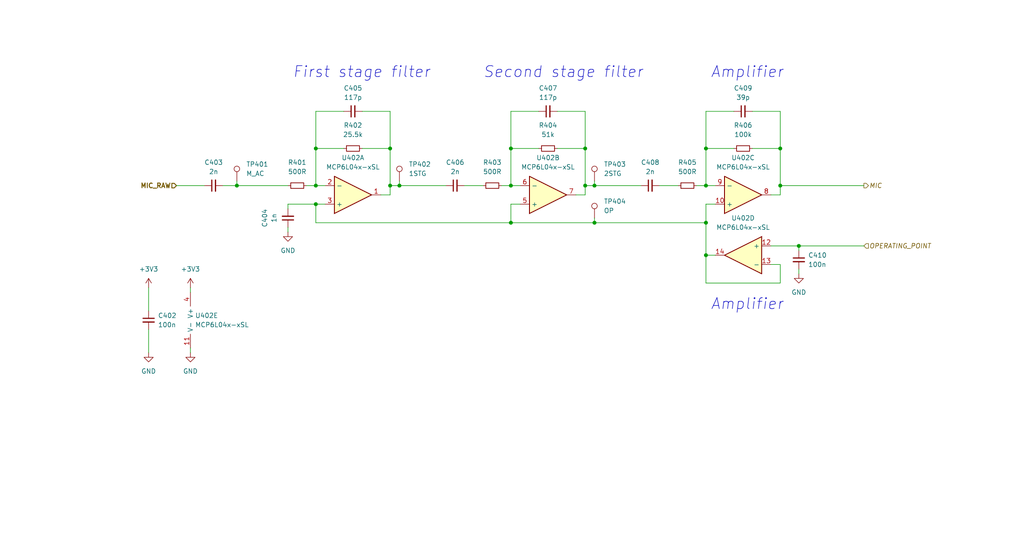
<source format=kicad_sch>
(kicad_sch (version 20211123) (generator eeschema)
  (paper "User" 280.01 150.012)
  (title_block (title "UltraSoundSensor") (date "2022-10-30") (rev "1.0") (company "Krystian Mirek"))
  (lib_symbols
    (symbol "Amplifier_Operational:MCP6L04x-xSL"
      (property "Reference" "U" (at 0 3.81 0))
      (property "Value" "MCP6L04x-xSL" (at 0 -3.81 0))
      (symbol "MCP6L04x-xSL_1_1"
        (polyline (pts (xy -5.08 5.08) (xy 5.08 0) (xy -5.08 -5.08) (xy -5.08 5.08)) (stroke (width 0.254)) (fill (type background)))
        (pin output line (at 7.62 0 180) (length 2.54) (name "~") (number "1"))
        (pin input line (at -7.62 -2.54 0) (length 2.54) (name "-") (number "2"))
        (pin input line (at -7.62 2.54 0) (length 2.54) (name "+") (number "3"))
      )
      (symbol "MCP6L04x-xSL_2_1"
        (polyline (pts (xy -5.08 5.08) (xy 5.08 0) (xy -5.08 -5.08) (xy -5.08 5.08)) (stroke (width 0.254)) (fill (type background)))
        (pin input line (at -7.62 2.54 0) (length 2.54) (name "+") (number "5"))
        (pin input line (at -7.62 -2.54 0) (length 2.54) (name "-") (number "6"))
        (pin output line (at 7.62 0 180) (length 2.54) (name "~") (number "7"))
      )
      (symbol "MCP6L04x-xSL_3_1"
        (polyline (pts (xy -5.08 5.08) (xy 5.08 0) (xy -5.08 -5.08) (xy -5.08 5.08)) (stroke (width 0.254)) (fill (type background)))
        (pin input line (at -7.62 2.54 0) (length 2.54) (name "+") (number "10"))
        (pin output line (at 7.62 0 180) (length 2.54) (name "~") (number "8"))
        (pin input line (at -7.62 -2.54 0) (length 2.54) (name "-") (number "9"))
      )
      (symbol "MCP6L04x-xSL_4_1"
        (polyline (pts (xy -5.08 5.08) (xy 5.08 0) (xy -5.08 -5.08) (xy -5.08 5.08)) (stroke (width 0.254)) (fill (type background)))
        (pin input line (at -7.62 2.54 0) (length 2.54) (name "+") (number "12"))
        (pin input line (at -7.62 -2.54 0) (length 2.54) (name "-") (number "13"))
        (pin output line (at 7.62 0 180) (length 2.54) (name "~") (number "14"))
      )
      (symbol "MCP6L04x-xSL_5_1"
        (pin power_in line (at -2.54 -7.62 90) (length 3.81) (name "V-") (number "11"))
        (pin power_in line (at -2.54 7.62 270) (length 3.81) (name "V+") (number "4"))
      )
    )
    (symbol "Connector:TestPoint" (pin_numbers hide) (pin_names (offset 0.762) hide)
      (property "Reference" "TP" (at 0 6.858 0))
      (property "Value" "TestPoint" (at 0 5.08 0))
      (symbol "TestPoint_0_1"
        (circle (center 0 3.302) (radius 0.762))
      )
      (symbol "TestPoint_1_1"
        (pin passive line (at 0 0 90) (length 2.54) (name "1") (number "1"))
      )
    )
    (symbol "Device:C_Small" (pin_numbers hide) (pin_names (offset 0.254) hide)
      (property "Reference" "C" (at 0.254 1.778 0))
      (property "Value" "C_Small" (at 0.254 -2.032 0))
      (symbol "C_Small_0_1"
        (polyline (pts (xy -1.524 -0.508) (xy 1.524 -0.508)) (stroke (width 0.3302)))
        (polyline (pts (xy -1.524 0.508) (xy 1.524 0.508)) (stroke (width 0.3048)))
      )
      (symbol "C_Small_1_1"
        (pin passive line (at 0 2.54 270) (length 2.032) (name "~") (number "1"))
        (pin passive line (at 0 -2.54 90) (length 2.032) (name "~") (number "2"))
      )
    )
    (symbol "Device:R_Small" (pin_numbers hide) (pin_names (offset 0.254) hide)
      (property "Reference" "R" (at 0.762 0.508 0))
      (property "Value" "R_Small" (at 0.762 -1.016 0))
      (symbol "R_Small_0_1"
        (rectangle (start -0.762 1.778) (end 0.762 -1.778) (stroke (width 0.2032)))
      )
      (symbol "R_Small_1_1"
        (pin passive line (at 0 2.54 270) (length 0.762) (name "~") (number "1"))
        (pin passive line (at 0 -2.54 90) (length 0.762) (name "~") (number "2"))
      )
    )
    (symbol "power:+3V3" (power) (pin_names (offset 0))
      (property "Value" "+3V3" (at 0 3.556 0))
      (symbol "+3V3_0_1"
        (polyline (pts (xy -0.762 1.27) (xy 0 2.54)))
        (polyline (pts (xy 0 0) (xy 0 2.54)))
        (polyline (pts (xy 0 2.54) (xy 0.762 1.27)))
      )
      (symbol "+3V3_1_1"
        (pin power_in line (at 0 0 90) (length 0) hide (name "+3V3") (number "1"))
      )
    )
    (symbol "power:GND" (power) (pin_names (offset 0))
      (property "Value" "GND" (at 0 -3.81 0))
      (symbol "GND_0_1"
        (polyline (pts (xy 0 0) (xy 0 -1.27) (xy 1.27 -1.27) (xy 0 -2.54) (xy -1.27 -1.27) (xy 0 -1.27)))
      )
      (symbol "GND_1_1"
        (pin power_in line (at 0 0 270) (length 0) hide (name "GND") (number "1"))
      )
    )
  )
  (junction (at 106.68 50.8))
  (junction (at 64.77 50.8))
  (junction (at 139.7 60.96))
  (junction (at 86.36 55.88))
  (junction (at 162.56 60.96))
  (junction (at 193.04 60.96))
  (junction (at 213.36 50.8))
  (junction (at 139.7 40.64))
  (junction (at 86.36 40.64))
  (junction (at 218.44 67.31))
  (junction (at 193.04 50.8))
  (junction (at 86.36 50.8))
  (junction (at 162.56 50.8))
  (junction (at 160.02 40.64))
  (junction (at 106.68 40.64))
  (junction (at 139.7 50.8))
  (junction (at 160.02 50.8))
  (junction (at 193.04 69.85))
  (junction (at 213.36 40.64))
  (junction (at 193.04 40.64))
  (junction (at 109.22 50.8))
  (wire (pts (xy 139.7 40.64) (xy 139.7 50.8)))
  (wire (pts (xy 193.04 40.64) (xy 193.04 50.8)))
  (wire (pts (xy 213.36 50.8) (xy 236.22 50.8)))
  (wire (pts (xy 193.04 50.8) (xy 195.58 50.8)))
  (wire (pts (xy 193.04 30.48) (xy 193.04 40.64)))
  (wire (pts (xy 190.5 50.8) (xy 193.04 50.8)))
  (wire (pts (xy 152.4 40.64) (xy 160.02 40.64)))
  (wire (pts (xy 210.82 72.39) (xy 213.36 72.39)))
  (wire (pts (xy 152.4 30.48) (xy 160.02 30.48)))
  (wire (pts (xy 48.26 50.8) (xy 55.88 50.8)))
  (wire (pts (xy 162.56 59.69) (xy 162.56 60.96)))
  (wire (pts (xy 109.22 50.8) (xy 121.92 50.8)))
  (wire (pts (xy 142.24 55.88) (xy 139.7 55.88)))
  (wire (pts (xy 193.04 55.88) (xy 193.04 60.96)))
  (wire (pts (xy 147.32 30.48) (xy 139.7 30.48)))
  (wire (pts (xy 93.98 40.64) (xy 86.36 40.64)))
  (wire (pts (xy 213.36 40.64) (xy 213.36 50.8)))
  (wire (pts (xy 193.04 69.85) (xy 195.58 69.85)))
  (wire (pts (xy 64.77 49.53) (xy 64.77 50.8)))
  (wire (pts (xy 200.66 40.64) (xy 193.04 40.64)))
  (wire (pts (xy 86.36 30.48) (xy 86.36 40.64)))
  (wire (pts (xy 93.98 30.48) (xy 86.36 30.48)))
  (wire (pts (xy 218.44 67.31) (xy 218.44 68.58)))
  (wire (pts (xy 160.02 53.34) (xy 160.02 50.8)))
  (wire (pts (xy 213.36 72.39) (xy 213.36 77.47)))
  (wire (pts (xy 157.48 53.34) (xy 160.02 53.34)))
  (wire (pts (xy 195.58 55.88) (xy 193.04 55.88)))
  (wire (pts (xy 210.82 67.31) (xy 218.44 67.31)))
  (wire (pts (xy 139.7 60.96) (xy 162.56 60.96)))
  (wire (pts (xy 137.16 50.8) (xy 139.7 50.8)))
  (wire (pts (xy 78.74 55.88) (xy 86.36 55.88)))
  (wire (pts (xy 160.02 50.8) (xy 162.56 50.8)))
  (wire (pts (xy 160.02 40.64) (xy 160.02 50.8)))
  (wire (pts (xy 162.56 60.96) (xy 193.04 60.96)))
  (wire (pts (xy 106.68 30.48) (xy 106.68 40.64)))
  (wire (pts (xy 60.96 50.8) (xy 64.77 50.8)))
  (wire (pts (xy 86.36 50.8) (xy 88.9 50.8)))
  (wire (pts (xy 200.66 30.48) (xy 193.04 30.48)))
  (wire (pts (xy 162.56 49.53) (xy 162.56 50.8)))
  (wire (pts (xy 127 50.8) (xy 132.08 50.8)))
  (wire (pts (xy 160.02 30.48) (xy 160.02 40.64)))
  (wire (pts (xy 104.14 53.34) (xy 106.68 53.34)))
  (wire (pts (xy 78.74 57.15) (xy 78.74 55.88)))
  (wire (pts (xy 78.74 62.23) (xy 78.74 63.5)))
  (wire (pts (xy 52.07 95.25) (xy 52.07 96.52)))
  (wire (pts (xy 205.74 30.48) (xy 213.36 30.48)))
  (wire (pts (xy 139.7 50.8) (xy 142.24 50.8)))
  (wire (pts (xy 83.82 50.8) (xy 86.36 50.8)))
  (wire (pts (xy 106.68 50.8) (xy 109.22 50.8)))
  (wire (pts (xy 64.77 50.8) (xy 78.74 50.8)))
  (wire (pts (xy 139.7 60.96) (xy 86.36 60.96)))
  (wire (pts (xy 213.36 30.48) (xy 213.36 40.64)))
  (wire (pts (xy 99.06 30.48) (xy 106.68 30.48)))
  (wire (pts (xy 210.82 53.34) (xy 213.36 53.34)))
  (wire (pts (xy 193.04 69.85) (xy 193.04 60.96)))
  (wire (pts (xy 193.04 77.47) (xy 193.04 69.85)))
  (wire (pts (xy 99.06 40.64) (xy 106.68 40.64)))
  (wire (pts (xy 205.74 40.64) (xy 213.36 40.64)))
  (wire (pts (xy 180.34 50.8) (xy 185.42 50.8)))
  (wire (pts (xy 40.64 90.17) (xy 40.64 96.52)))
  (wire (pts (xy 106.68 40.64) (xy 106.68 50.8)))
  (wire (pts (xy 106.68 53.34) (xy 106.68 50.8)))
  (wire (pts (xy 213.36 53.34) (xy 213.36 50.8)))
  (wire (pts (xy 218.44 73.66) (xy 218.44 74.93)))
  (wire (pts (xy 86.36 60.96) (xy 86.36 55.88)))
  (wire (pts (xy 86.36 55.88) (xy 88.9 55.88)))
  (wire (pts (xy 218.44 67.31) (xy 236.22 67.31)))
  (wire (pts (xy 162.56 50.8) (xy 175.26 50.8)))
  (wire (pts (xy 52.07 78.74) (xy 52.07 80.01)))
  (wire (pts (xy 213.36 77.47) (xy 193.04 77.47)))
  (wire (pts (xy 139.7 30.48) (xy 139.7 40.64)))
  (wire (pts (xy 139.7 40.64) (xy 147.32 40.64)))
  (wire (pts (xy 40.64 78.74) (xy 40.64 85.09)))
  (wire (pts (xy 86.36 40.64) (xy 86.36 50.8)))
  (wire (pts (xy 139.7 55.88) (xy 139.7 60.96)))
  (wire (pts (xy 109.22 49.53) (xy 109.22 50.8)))
  (text "Amplifier" (at 194.31 21.59 0) (effects (font (size 3 3) italic) (justify left bottom)))
  (text "Amplifier" (at 194.31 85.09 0) (effects (font (size 3 3) italic) (justify left bottom)))
  (text "First stage filter" (at 80.01 21.59 0) (effects (font (size 3 3) italic) (justify left bottom)))
  (text "Second stage filter" (at 132.08 21.59 0) (effects (font (size 3 3) italic) (justify left bottom)))
  (hierarchical_label "MIC_RAW" (shape input) (at 48.26 50.8 180) (effects (font bold)))
  (hierarchical_label "MIC" (shape output) (at 236.22 50.8 0) (effects (font italic)))
  (hierarchical_label "OPERATING_POINT" (shape input) (at 236.22 67.31 0) (effects (font italic)))
  (symbol (lib_id "Device:R_Small") (at 149.86 40.64 90) (unit 1)
    (property "Reference" "R404" (at 149.86 34.29 90))
    (property "Value" "51k" (at 149.86 36.83 90))
    (property "Footprint" "Resistor_SMD:R_0603_1608Metric" (effects hide))
  )
  (symbol (lib_id "Device:C_Small") (at 203.2 30.48 90) (unit 1)
    (property "Reference" "C409" (at 203.2063 24.13 90))
    (property "Value" "39p" (at 203.2063 26.67 90))
    (property "Footprint" "Capacitor_SMD:C_0603_1608Metric" (effects hide))
  )
  (symbol (lib_id "Device:C_Small") (at 218.44 71.12 0) (unit 1)
    (property "Reference" "C410" (at 220.98 69.8562 0) (effects (justify left)))
    (property "Value" "100n" (at 220.98 72.3962 0) (effects (justify left)))
    (property "Footprint" "Capacitor_SMD:C_0603_1608Metric" (effects hide))
  )
  (symbol (lib_id "power:GND") (at 78.74 63.5 0) (unit 1)
    (property "Reference" "#PWR0174" (effects hide))
    (property "Value" "GND" (at 78.74 68.58 0))
  )
  (symbol (lib_id "Amplifier_Operational:MCP6L04x-xSL") (at 149.86 53.34 0) (mirror x) (unit 2)
    (property "Reference" "U402" (at 149.86 43.18 0))
    (property "Value" "MCP6L04x-xSL" (at 149.86 45.72 0))
    (property "Footprint" "Package_SO:SOIC-14_3.9x8.7mm_P1.27mm" (effects hide))
    (property "Datasheet" "http://ww1.microchip.com/downloads/en/devicedoc/22140b.pdf" (effects hide))
  )
  (symbol (lib_id "Connector:TestPoint") (at 64.77 49.53 0) (unit 1)
    (property "Reference" "TP401" (at 67.31 44.9579 0) (effects (justify left)))
    (property "Value" "M_AC" (at 67.31 47.4979 0) (effects (justify left)))
    (property "Footprint" "TestPoint:TestPoint_Pad_D1.0mm" (effects hide))
  )
  (symbol (lib_id "Amplifier_Operational:MCP6L04x-xSL") (at 203.2 69.85 0) (mirror y) (unit 4)
    (property "Reference" "U402" (at 203.2 59.69 0))
    (property "Value" "MCP6L04x-xSL" (at 203.2 62.23 0))
    (property "Footprint" "Package_SO:SOIC-14_3.9x8.7mm_P1.27mm" (effects hide))
    (property "Datasheet" "http://ww1.microchip.com/downloads/en/devicedoc/22140b.pdf" (effects hide))
  )
  (symbol (lib_id "Device:C_Small") (at 177.8 50.8 90) (unit 1)
    (property "Reference" "C408" (at 177.8063 44.45 90))
    (property "Value" "2n" (at 177.8063 46.99 90))
    (property "Footprint" "Capacitor_SMD:C_0603_1608Metric" (effects hide))
  )
  (symbol (lib_id "Device:C_Small") (at 78.74 59.69 180) (unit 1)
    (property "Reference" "C404" (at 72.39 59.6837 90))
    (property "Value" "1n" (at 74.93 59.6837 90))
    (property "Footprint" "Capacitor_SMD:C_0603_1608Metric" (effects hide))
  )
  (symbol (lib_id "power:+3V3") (at 40.64 78.74 0) (unit 1)
    (property "Reference" "#PWR0403" (effects hide))
    (property "Value" "+3V3" (at 40.64 73.66 0))
  )
  (symbol (lib_id "Device:R_Small") (at 187.96 50.8 90) (unit 1)
    (property "Reference" "R405" (at 187.96 44.45 90))
    (property "Value" "500R" (at 187.96 46.99 90))
    (property "Footprint" "Resistor_SMD:R_0603_1608Metric" (effects hide))
  )
  (symbol (lib_id "Connector:TestPoint") (at 162.56 49.53 0) (unit 1)
    (property "Reference" "TP403" (at 165.1 44.9579 0) (effects (justify left)))
    (property "Value" "2STG" (at 165.1 47.4979 0) (effects (justify left)))
    (property "Footprint" "TestPoint:TestPoint_Pad_D1.0mm" (effects hide))
  )
  (symbol (lib_id "Device:C_Small") (at 149.86 30.48 90) (unit 1)
    (property "Reference" "C407" (at 149.8663 24.13 90))
    (property "Value" "117p" (at 149.8663 26.67 90))
    (property "Footprint" "Capacitor_SMD:C_0603_1608Metric" (effects hide))
  )
  (symbol (lib_id "Device:R_Small") (at 134.62 50.8 90) (unit 1)
    (property "Reference" "R403" (at 134.62 44.45 90))
    (property "Value" "500R" (at 134.62 46.99 90))
    (property "Footprint" "Resistor_SMD:R_0603_1608Metric" (effects hide))
  )
  (symbol (lib_id "power:GND") (at 52.07 96.52 0) (unit 1)
    (property "Reference" "#PWR0176" (effects hide))
    (property "Value" "GND" (at 52.07 101.6 0))
  )
  (symbol (lib_id "Device:R_Small") (at 203.2 40.64 90) (unit 1)
    (property "Reference" "R406" (at 203.2 34.29 90))
    (property "Value" "100k" (at 203.2 36.83 90))
    (property "Footprint" "Resistor_SMD:R_0603_1608Metric" (effects hide))
  )
  (symbol (lib_id "Device:C_Small") (at 40.64 87.63 0) (unit 1)
    (property "Reference" "C402" (at 43.18 86.3662 0) (effects (justify left)))
    (property "Value" "100n" (at 43.18 88.9062 0) (effects (justify left)))
    (property "Footprint" "Capacitor_SMD:C_0603_1608Metric" (effects hide))
  )
  (symbol (lib_id "Connector:TestPoint") (at 162.56 59.69 0) (unit 1)
    (property "Reference" "TP404" (at 165.1 55.1179 0) (effects (justify left)))
    (property "Value" "OP" (at 165.1 57.6579 0) (effects (justify left)))
    (property "Footprint" "TestPoint:TestPoint_Pad_D1.0mm" (effects hide))
  )
  (symbol (lib_id "power:GND") (at 218.44 74.93 0) (unit 1)
    (property "Reference" "#PWR0173" (effects hide))
    (property "Value" "GND" (at 218.44 80.01 0))
  )
  (symbol (lib_id "Device:C_Small") (at 96.52 30.48 90) (unit 1)
    (property "Reference" "C405" (at 96.5263 24.13 90))
    (property "Value" "117p" (at 96.5263 26.67 90))
    (property "Footprint" "Capacitor_SMD:C_0603_1608Metric" (effects hide))
  )
  (symbol (lib_id "Amplifier_Operational:MCP6L04x-xSL") (at 203.2 53.34 0) (mirror x) (unit 3)
    (property "Reference" "U402" (at 203.2 43.18 0))
    (property "Value" "MCP6L04x-xSL" (at 203.2 45.72 0))
    (property "Footprint" "Package_SO:SOIC-14_3.9x8.7mm_P1.27mm" (effects hide))
    (property "Datasheet" "http://ww1.microchip.com/downloads/en/devicedoc/22140b.pdf" (effects hide))
  )
  (symbol (lib_id "Device:C_Small") (at 58.42 50.8 90) (unit 1)
    (property "Reference" "C403" (at 58.4263 44.45 90))
    (property "Value" "2n" (at 58.4263 46.99 90))
    (property "Footprint" "Capacitor_SMD:C_0603_1608Metric" (effects hide))
  )
  (symbol (lib_id "Device:R_Small") (at 81.28 50.8 90) (unit 1)
    (property "Reference" "R401" (at 81.28 44.45 90))
    (property "Value" "500R" (at 81.28 46.99 90))
    (property "Footprint" "Resistor_SMD:R_0603_1608Metric" (effects hide))
  )
  (symbol (lib_id "Device:R_Small") (at 96.52 40.64 90) (unit 1)
    (property "Reference" "R402" (at 96.52 34.29 90))
    (property "Value" "25.5k" (at 96.52 36.83 90))
    (property "Footprint" "Resistor_SMD:R_0603_1608Metric" (effects hide))
  )
  (symbol (lib_id "Amplifier_Operational:MCP6L04x-xSL") (at 96.52 53.34 0) (mirror x) (unit 1)
    (property "Reference" "U402" (at 96.52 43.18 0))
    (property "Value" "MCP6L04x-xSL" (at 96.52 45.72 0))
    (property "Footprint" "Package_SO:SOIC-14_3.9x8.7mm_P1.27mm" (effects hide))
    (property "Datasheet" "http://ww1.microchip.com/downloads/en/devicedoc/22140b.pdf" (effects hide))
  )
  (symbol (lib_id "power:GND") (at 40.64 96.52 0) (unit 1)
    (property "Reference" "#PWR0175" (effects hide))
    (property "Value" "GND" (at 40.64 101.6 0))
  )
  (symbol (lib_id "Connector:TestPoint") (at 109.22 49.53 0) (unit 1)
    (property "Reference" "TP402" (at 111.76 44.9579 0) (effects (justify left)))
    (property "Value" "1STG" (at 111.76 47.4979 0) (effects (justify left)))
    (property "Footprint" "TestPoint:TestPoint_Pad_D1.0mm" (effects hide))
  )
  (symbol (lib_id "Amplifier_Operational:MCP6L04x-xSL") (at 54.61 87.63 0) (unit 5)
    (property "Reference" "U402" (at 53.34 86.3599 0) (effects (justify left)))
    (property "Value" "MCP6L04x-xSL" (at 53.34 88.8999 0) (effects (justify left)))
    (property "Footprint" "Package_SO:SOIC-14_3.9x8.7mm_P1.27mm" (effects hide))
    (property "Datasheet" "http://ww1.microchip.com/downloads/en/devicedoc/22140b.pdf" (effects hide))
  )
  (symbol (lib_id "Device:C_Small") (at 124.46 50.8 90) (unit 1)
    (property "Reference" "C406" (at 124.4663 44.45 90))
    (property "Value" "2n" (at 124.4663 46.99 90))
    (property "Footprint" "Capacitor_SMD:C_0603_1608Metric" (effects hide))
  )
  (symbol (lib_id "power:+3V3") (at 52.07 78.74 0) (unit 1)
    (property "Reference" "#PWR0407" (effects hide))
    (property "Value" "+3V3" (at 52.07 73.66 0))
  )
)
</source>
